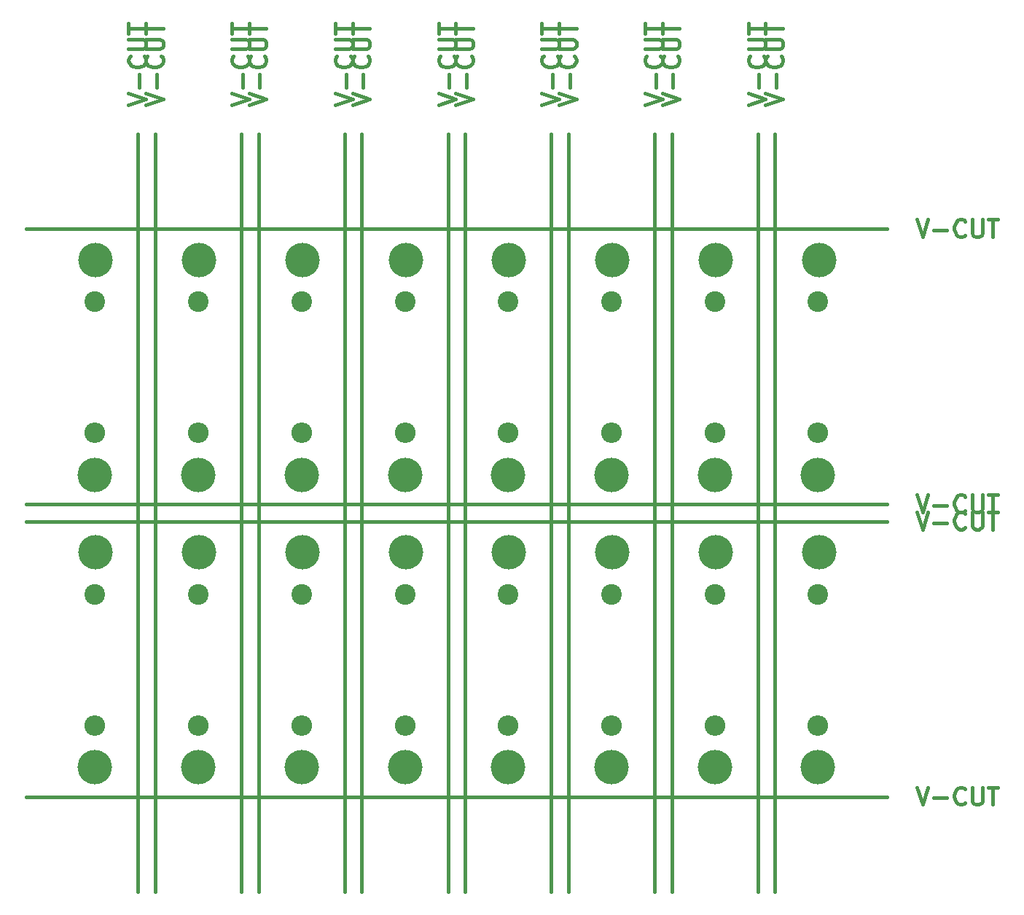
<source format=gbr>
%TF.GenerationSoftware,KiCad,Pcbnew,8.0.2*%
%TF.CreationDate,2024-06-26T14:53:40+07:00*%
%TF.ProjectId,Resistor_Panel,52657369-7374-46f7-925f-50616e656c2e,rev?*%
%TF.SameCoordinates,Original*%
%TF.FileFunction,Copper,L1,Top*%
%TF.FilePolarity,Positive*%
%FSLAX46Y46*%
G04 Gerber Fmt 4.6, Leading zero omitted, Abs format (unit mm)*
G04 Created by KiCad (PCBNEW 8.0.2) date 2024-06-26 14:53:40*
%MOMM*%
%LPD*%
G01*
G04 APERTURE LIST*
%ADD10C,0.400000*%
%TA.AperFunction,NonConductor*%
%ADD11C,0.400000*%
%TD*%
%TA.AperFunction,ComponentPad*%
%ADD12C,2.400000*%
%TD*%
%TA.AperFunction,ComponentPad*%
%ADD13O,2.400000X2.400000*%
%TD*%
%TA.AperFunction,ComponentPad*%
%ADD14C,4.000000*%
%TD*%
G04 APERTURE END LIST*
D10*
D11*
X80904438Y6453634D02*
X82904438Y7120300D01*
X82904438Y7120300D02*
X80904438Y7786967D01*
X82142533Y8453634D02*
X82142533Y9977443D01*
X82713961Y12072681D02*
X82809200Y11977443D01*
X82809200Y11977443D02*
X82904438Y11691729D01*
X82904438Y11691729D02*
X82904438Y11501253D01*
X82904438Y11501253D02*
X82809200Y11215538D01*
X82809200Y11215538D02*
X82618723Y11025062D01*
X82618723Y11025062D02*
X82428247Y10929824D01*
X82428247Y10929824D02*
X82047295Y10834586D01*
X82047295Y10834586D02*
X81761580Y10834586D01*
X81761580Y10834586D02*
X81380628Y10929824D01*
X81380628Y10929824D02*
X81190152Y11025062D01*
X81190152Y11025062D02*
X80999676Y11215538D01*
X80999676Y11215538D02*
X80904438Y11501253D01*
X80904438Y11501253D02*
X80904438Y11691729D01*
X80904438Y11691729D02*
X80999676Y11977443D01*
X80999676Y11977443D02*
X81094914Y12072681D01*
X80904438Y12929824D02*
X82523485Y12929824D01*
X82523485Y12929824D02*
X82713961Y13025062D01*
X82713961Y13025062D02*
X82809200Y13120300D01*
X82809200Y13120300D02*
X82904438Y13310776D01*
X82904438Y13310776D02*
X82904438Y13691729D01*
X82904438Y13691729D02*
X82809200Y13882205D01*
X82809200Y13882205D02*
X82713961Y13977443D01*
X82713961Y13977443D02*
X82523485Y14072681D01*
X82523485Y14072681D02*
X80904438Y14072681D01*
X80904438Y14739348D02*
X80904438Y15882205D01*
X82904438Y15310776D02*
X80904438Y15310776D01*
D10*
D11*
X32904438Y6453634D02*
X34904438Y7120300D01*
X34904438Y7120300D02*
X32904438Y7786967D01*
X34142533Y8453634D02*
X34142533Y9977443D01*
X34713961Y12072681D02*
X34809200Y11977443D01*
X34809200Y11977443D02*
X34904438Y11691729D01*
X34904438Y11691729D02*
X34904438Y11501253D01*
X34904438Y11501253D02*
X34809200Y11215538D01*
X34809200Y11215538D02*
X34618723Y11025062D01*
X34618723Y11025062D02*
X34428247Y10929824D01*
X34428247Y10929824D02*
X34047295Y10834586D01*
X34047295Y10834586D02*
X33761580Y10834586D01*
X33761580Y10834586D02*
X33380628Y10929824D01*
X33380628Y10929824D02*
X33190152Y11025062D01*
X33190152Y11025062D02*
X32999676Y11215538D01*
X32999676Y11215538D02*
X32904438Y11501253D01*
X32904438Y11501253D02*
X32904438Y11691729D01*
X32904438Y11691729D02*
X32999676Y11977443D01*
X32999676Y11977443D02*
X33094914Y12072681D01*
X32904438Y12929824D02*
X34523485Y12929824D01*
X34523485Y12929824D02*
X34713961Y13025062D01*
X34713961Y13025062D02*
X34809200Y13120300D01*
X34809200Y13120300D02*
X34904438Y13310776D01*
X34904438Y13310776D02*
X34904438Y13691729D01*
X34904438Y13691729D02*
X34809200Y13882205D01*
X34809200Y13882205D02*
X34713961Y13977443D01*
X34713961Y13977443D02*
X34523485Y14072681D01*
X34523485Y14072681D02*
X32904438Y14072681D01*
X32904438Y14739348D02*
X32904438Y15882205D01*
X34904438Y15310776D02*
X32904438Y15310776D01*
D10*
D11*
X20904438Y6453634D02*
X22904438Y7120300D01*
X22904438Y7120300D02*
X20904438Y7786967D01*
X22142533Y8453634D02*
X22142533Y9977443D01*
X22713961Y12072681D02*
X22809200Y11977443D01*
X22809200Y11977443D02*
X22904438Y11691729D01*
X22904438Y11691729D02*
X22904438Y11501253D01*
X22904438Y11501253D02*
X22809200Y11215538D01*
X22809200Y11215538D02*
X22618723Y11025062D01*
X22618723Y11025062D02*
X22428247Y10929824D01*
X22428247Y10929824D02*
X22047295Y10834586D01*
X22047295Y10834586D02*
X21761580Y10834586D01*
X21761580Y10834586D02*
X21380628Y10929824D01*
X21380628Y10929824D02*
X21190152Y11025062D01*
X21190152Y11025062D02*
X20999676Y11215538D01*
X20999676Y11215538D02*
X20904438Y11501253D01*
X20904438Y11501253D02*
X20904438Y11691729D01*
X20904438Y11691729D02*
X20999676Y11977443D01*
X20999676Y11977443D02*
X21094914Y12072681D01*
X20904438Y12929824D02*
X22523485Y12929824D01*
X22523485Y12929824D02*
X22713961Y13025062D01*
X22713961Y13025062D02*
X22809200Y13120300D01*
X22809200Y13120300D02*
X22904438Y13310776D01*
X22904438Y13310776D02*
X22904438Y13691729D01*
X22904438Y13691729D02*
X22809200Y13882205D01*
X22809200Y13882205D02*
X22713961Y13977443D01*
X22713961Y13977443D02*
X22523485Y14072681D01*
X22523485Y14072681D02*
X20904438Y14072681D01*
X20904438Y14739348D02*
X20904438Y15882205D01*
X22904438Y15310776D02*
X20904438Y15310776D01*
D10*
D11*
X68904438Y6453634D02*
X70904438Y7120300D01*
X70904438Y7120300D02*
X68904438Y7786967D01*
X70142533Y8453634D02*
X70142533Y9977443D01*
X70713961Y12072681D02*
X70809200Y11977443D01*
X70809200Y11977443D02*
X70904438Y11691729D01*
X70904438Y11691729D02*
X70904438Y11501253D01*
X70904438Y11501253D02*
X70809200Y11215538D01*
X70809200Y11215538D02*
X70618723Y11025062D01*
X70618723Y11025062D02*
X70428247Y10929824D01*
X70428247Y10929824D02*
X70047295Y10834586D01*
X70047295Y10834586D02*
X69761580Y10834586D01*
X69761580Y10834586D02*
X69380628Y10929824D01*
X69380628Y10929824D02*
X69190152Y11025062D01*
X69190152Y11025062D02*
X68999676Y11215538D01*
X68999676Y11215538D02*
X68904438Y11501253D01*
X68904438Y11501253D02*
X68904438Y11691729D01*
X68904438Y11691729D02*
X68999676Y11977443D01*
X68999676Y11977443D02*
X69094914Y12072681D01*
X68904438Y12929824D02*
X70523485Y12929824D01*
X70523485Y12929824D02*
X70713961Y13025062D01*
X70713961Y13025062D02*
X70809200Y13120300D01*
X70809200Y13120300D02*
X70904438Y13310776D01*
X70904438Y13310776D02*
X70904438Y13691729D01*
X70904438Y13691729D02*
X70809200Y13882205D01*
X70809200Y13882205D02*
X70713961Y13977443D01*
X70713961Y13977443D02*
X70523485Y14072681D01*
X70523485Y14072681D02*
X68904438Y14072681D01*
X68904438Y14739348D02*
X68904438Y15882205D01*
X70904438Y15310776D02*
X68904438Y15310776D01*
D10*
D11*
X100453633Y-38904938D02*
X101120299Y-40904938D01*
X101120299Y-40904938D02*
X101786966Y-38904938D01*
X102453633Y-40143033D02*
X103977443Y-40143033D01*
X106072680Y-40714461D02*
X105977442Y-40809700D01*
X105977442Y-40809700D02*
X105691728Y-40904938D01*
X105691728Y-40904938D02*
X105501252Y-40904938D01*
X105501252Y-40904938D02*
X105215537Y-40809700D01*
X105215537Y-40809700D02*
X105025061Y-40619223D01*
X105025061Y-40619223D02*
X104929823Y-40428747D01*
X104929823Y-40428747D02*
X104834585Y-40047795D01*
X104834585Y-40047795D02*
X104834585Y-39762080D01*
X104834585Y-39762080D02*
X104929823Y-39381128D01*
X104929823Y-39381128D02*
X105025061Y-39190652D01*
X105025061Y-39190652D02*
X105215537Y-39000176D01*
X105215537Y-39000176D02*
X105501252Y-38904938D01*
X105501252Y-38904938D02*
X105691728Y-38904938D01*
X105691728Y-38904938D02*
X105977442Y-39000176D01*
X105977442Y-39000176D02*
X106072680Y-39095414D01*
X106929823Y-38904938D02*
X106929823Y-40523985D01*
X106929823Y-40523985D02*
X107025061Y-40714461D01*
X107025061Y-40714461D02*
X107120299Y-40809700D01*
X107120299Y-40809700D02*
X107310775Y-40904938D01*
X107310775Y-40904938D02*
X107691728Y-40904938D01*
X107691728Y-40904938D02*
X107882204Y-40809700D01*
X107882204Y-40809700D02*
X107977442Y-40714461D01*
X107977442Y-40714461D02*
X108072680Y-40523985D01*
X108072680Y-40523985D02*
X108072680Y-38904938D01*
X108739347Y-38904938D02*
X109882204Y-38904938D01*
X109310775Y-40904938D02*
X109310775Y-38904938D01*
D10*
D11*
X44904438Y6453634D02*
X46904438Y7120300D01*
X46904438Y7120300D02*
X44904438Y7786967D01*
X46142533Y8453634D02*
X46142533Y9977443D01*
X46713961Y12072681D02*
X46809200Y11977443D01*
X46809200Y11977443D02*
X46904438Y11691729D01*
X46904438Y11691729D02*
X46904438Y11501253D01*
X46904438Y11501253D02*
X46809200Y11215538D01*
X46809200Y11215538D02*
X46618723Y11025062D01*
X46618723Y11025062D02*
X46428247Y10929824D01*
X46428247Y10929824D02*
X46047295Y10834586D01*
X46047295Y10834586D02*
X45761580Y10834586D01*
X45761580Y10834586D02*
X45380628Y10929824D01*
X45380628Y10929824D02*
X45190152Y11025062D01*
X45190152Y11025062D02*
X44999676Y11215538D01*
X44999676Y11215538D02*
X44904438Y11501253D01*
X44904438Y11501253D02*
X44904438Y11691729D01*
X44904438Y11691729D02*
X44999676Y11977443D01*
X44999676Y11977443D02*
X45094914Y12072681D01*
X44904438Y12929824D02*
X46523485Y12929824D01*
X46523485Y12929824D02*
X46713961Y13025062D01*
X46713961Y13025062D02*
X46809200Y13120300D01*
X46809200Y13120300D02*
X46904438Y13310776D01*
X46904438Y13310776D02*
X46904438Y13691729D01*
X46904438Y13691729D02*
X46809200Y13882205D01*
X46809200Y13882205D02*
X46713961Y13977443D01*
X46713961Y13977443D02*
X46523485Y14072681D01*
X46523485Y14072681D02*
X44904438Y14072681D01*
X44904438Y14739348D02*
X44904438Y15882205D01*
X46904438Y15310776D02*
X44904438Y15310776D01*
D10*
D11*
X100453633Y-72904938D02*
X101120299Y-74904938D01*
X101120299Y-74904938D02*
X101786966Y-72904938D01*
X102453633Y-74143033D02*
X103977443Y-74143033D01*
X106072680Y-74714461D02*
X105977442Y-74809700D01*
X105977442Y-74809700D02*
X105691728Y-74904938D01*
X105691728Y-74904938D02*
X105501252Y-74904938D01*
X105501252Y-74904938D02*
X105215537Y-74809700D01*
X105215537Y-74809700D02*
X105025061Y-74619223D01*
X105025061Y-74619223D02*
X104929823Y-74428747D01*
X104929823Y-74428747D02*
X104834585Y-74047795D01*
X104834585Y-74047795D02*
X104834585Y-73762080D01*
X104834585Y-73762080D02*
X104929823Y-73381128D01*
X104929823Y-73381128D02*
X105025061Y-73190652D01*
X105025061Y-73190652D02*
X105215537Y-73000176D01*
X105215537Y-73000176D02*
X105501252Y-72904938D01*
X105501252Y-72904938D02*
X105691728Y-72904938D01*
X105691728Y-72904938D02*
X105977442Y-73000176D01*
X105977442Y-73000176D02*
X106072680Y-73095414D01*
X106929823Y-72904938D02*
X106929823Y-74523985D01*
X106929823Y-74523985D02*
X107025061Y-74714461D01*
X107025061Y-74714461D02*
X107120299Y-74809700D01*
X107120299Y-74809700D02*
X107310775Y-74904938D01*
X107310775Y-74904938D02*
X107691728Y-74904938D01*
X107691728Y-74904938D02*
X107882204Y-74809700D01*
X107882204Y-74809700D02*
X107977442Y-74714461D01*
X107977442Y-74714461D02*
X108072680Y-74523985D01*
X108072680Y-74523985D02*
X108072680Y-72904938D01*
X108739347Y-72904938D02*
X109882204Y-72904938D01*
X109310775Y-74904938D02*
X109310775Y-72904938D01*
D10*
D11*
X8904438Y6453634D02*
X10904438Y7120300D01*
X10904438Y7120300D02*
X8904438Y7786967D01*
X10142533Y8453634D02*
X10142533Y9977443D01*
X10713961Y12072681D02*
X10809200Y11977443D01*
X10809200Y11977443D02*
X10904438Y11691729D01*
X10904438Y11691729D02*
X10904438Y11501253D01*
X10904438Y11501253D02*
X10809200Y11215538D01*
X10809200Y11215538D02*
X10618723Y11025062D01*
X10618723Y11025062D02*
X10428247Y10929824D01*
X10428247Y10929824D02*
X10047295Y10834586D01*
X10047295Y10834586D02*
X9761580Y10834586D01*
X9761580Y10834586D02*
X9380628Y10929824D01*
X9380628Y10929824D02*
X9190152Y11025062D01*
X9190152Y11025062D02*
X8999676Y11215538D01*
X8999676Y11215538D02*
X8904438Y11501253D01*
X8904438Y11501253D02*
X8904438Y11691729D01*
X8904438Y11691729D02*
X8999676Y11977443D01*
X8999676Y11977443D02*
X9094914Y12072681D01*
X8904438Y12929824D02*
X10523485Y12929824D01*
X10523485Y12929824D02*
X10713961Y13025062D01*
X10713961Y13025062D02*
X10809200Y13120300D01*
X10809200Y13120300D02*
X10904438Y13310776D01*
X10904438Y13310776D02*
X10904438Y13691729D01*
X10904438Y13691729D02*
X10809200Y13882205D01*
X10809200Y13882205D02*
X10713961Y13977443D01*
X10713961Y13977443D02*
X10523485Y14072681D01*
X10523485Y14072681D02*
X8904438Y14072681D01*
X8904438Y14739348D02*
X8904438Y15882205D01*
X10904438Y15310776D02*
X8904438Y15310776D01*
D10*
D11*
X100453633Y-40904938D02*
X101120299Y-42904938D01*
X101120299Y-42904938D02*
X101786966Y-40904938D01*
X102453633Y-42143033D02*
X103977443Y-42143033D01*
X106072680Y-42714461D02*
X105977442Y-42809700D01*
X105977442Y-42809700D02*
X105691728Y-42904938D01*
X105691728Y-42904938D02*
X105501252Y-42904938D01*
X105501252Y-42904938D02*
X105215537Y-42809700D01*
X105215537Y-42809700D02*
X105025061Y-42619223D01*
X105025061Y-42619223D02*
X104929823Y-42428747D01*
X104929823Y-42428747D02*
X104834585Y-42047795D01*
X104834585Y-42047795D02*
X104834585Y-41762080D01*
X104834585Y-41762080D02*
X104929823Y-41381128D01*
X104929823Y-41381128D02*
X105025061Y-41190652D01*
X105025061Y-41190652D02*
X105215537Y-41000176D01*
X105215537Y-41000176D02*
X105501252Y-40904938D01*
X105501252Y-40904938D02*
X105691728Y-40904938D01*
X105691728Y-40904938D02*
X105977442Y-41000176D01*
X105977442Y-41000176D02*
X106072680Y-41095414D01*
X106929823Y-40904938D02*
X106929823Y-42523985D01*
X106929823Y-42523985D02*
X107025061Y-42714461D01*
X107025061Y-42714461D02*
X107120299Y-42809700D01*
X107120299Y-42809700D02*
X107310775Y-42904938D01*
X107310775Y-42904938D02*
X107691728Y-42904938D01*
X107691728Y-42904938D02*
X107882204Y-42809700D01*
X107882204Y-42809700D02*
X107977442Y-42714461D01*
X107977442Y-42714461D02*
X108072680Y-42523985D01*
X108072680Y-42523985D02*
X108072680Y-40904938D01*
X108739347Y-40904938D02*
X109882204Y-40904938D01*
X109310775Y-42904938D02*
X109310775Y-40904938D01*
D10*
D11*
X22904438Y6453634D02*
X24904438Y7120300D01*
X24904438Y7120300D02*
X22904438Y7786967D01*
X24142533Y8453634D02*
X24142533Y9977443D01*
X24713961Y12072681D02*
X24809200Y11977443D01*
X24809200Y11977443D02*
X24904438Y11691729D01*
X24904438Y11691729D02*
X24904438Y11501253D01*
X24904438Y11501253D02*
X24809200Y11215538D01*
X24809200Y11215538D02*
X24618723Y11025062D01*
X24618723Y11025062D02*
X24428247Y10929824D01*
X24428247Y10929824D02*
X24047295Y10834586D01*
X24047295Y10834586D02*
X23761580Y10834586D01*
X23761580Y10834586D02*
X23380628Y10929824D01*
X23380628Y10929824D02*
X23190152Y11025062D01*
X23190152Y11025062D02*
X22999676Y11215538D01*
X22999676Y11215538D02*
X22904438Y11501253D01*
X22904438Y11501253D02*
X22904438Y11691729D01*
X22904438Y11691729D02*
X22999676Y11977443D01*
X22999676Y11977443D02*
X23094914Y12072681D01*
X22904438Y12929824D02*
X24523485Y12929824D01*
X24523485Y12929824D02*
X24713961Y13025062D01*
X24713961Y13025062D02*
X24809200Y13120300D01*
X24809200Y13120300D02*
X24904438Y13310776D01*
X24904438Y13310776D02*
X24904438Y13691729D01*
X24904438Y13691729D02*
X24809200Y13882205D01*
X24809200Y13882205D02*
X24713961Y13977443D01*
X24713961Y13977443D02*
X24523485Y14072681D01*
X24523485Y14072681D02*
X22904438Y14072681D01*
X22904438Y14739348D02*
X22904438Y15882205D01*
X24904438Y15310776D02*
X22904438Y15310776D01*
D10*
D11*
X10904438Y6453634D02*
X12904438Y7120300D01*
X12904438Y7120300D02*
X10904438Y7786967D01*
X12142533Y8453634D02*
X12142533Y9977443D01*
X12713961Y12072681D02*
X12809200Y11977443D01*
X12809200Y11977443D02*
X12904438Y11691729D01*
X12904438Y11691729D02*
X12904438Y11501253D01*
X12904438Y11501253D02*
X12809200Y11215538D01*
X12809200Y11215538D02*
X12618723Y11025062D01*
X12618723Y11025062D02*
X12428247Y10929824D01*
X12428247Y10929824D02*
X12047295Y10834586D01*
X12047295Y10834586D02*
X11761580Y10834586D01*
X11761580Y10834586D02*
X11380628Y10929824D01*
X11380628Y10929824D02*
X11190152Y11025062D01*
X11190152Y11025062D02*
X10999676Y11215538D01*
X10999676Y11215538D02*
X10904438Y11501253D01*
X10904438Y11501253D02*
X10904438Y11691729D01*
X10904438Y11691729D02*
X10999676Y11977443D01*
X10999676Y11977443D02*
X11094914Y12072681D01*
X10904438Y12929824D02*
X12523485Y12929824D01*
X12523485Y12929824D02*
X12713961Y13025062D01*
X12713961Y13025062D02*
X12809200Y13120300D01*
X12809200Y13120300D02*
X12904438Y13310776D01*
X12904438Y13310776D02*
X12904438Y13691729D01*
X12904438Y13691729D02*
X12809200Y13882205D01*
X12809200Y13882205D02*
X12713961Y13977443D01*
X12713961Y13977443D02*
X12523485Y14072681D01*
X12523485Y14072681D02*
X10904438Y14072681D01*
X10904438Y14739348D02*
X10904438Y15882205D01*
X12904438Y15310776D02*
X10904438Y15310776D01*
D10*
D11*
X70904438Y6453634D02*
X72904438Y7120300D01*
X72904438Y7120300D02*
X70904438Y7786967D01*
X72142533Y8453634D02*
X72142533Y9977443D01*
X72713961Y12072681D02*
X72809200Y11977443D01*
X72809200Y11977443D02*
X72904438Y11691729D01*
X72904438Y11691729D02*
X72904438Y11501253D01*
X72904438Y11501253D02*
X72809200Y11215538D01*
X72809200Y11215538D02*
X72618723Y11025062D01*
X72618723Y11025062D02*
X72428247Y10929824D01*
X72428247Y10929824D02*
X72047295Y10834586D01*
X72047295Y10834586D02*
X71761580Y10834586D01*
X71761580Y10834586D02*
X71380628Y10929824D01*
X71380628Y10929824D02*
X71190152Y11025062D01*
X71190152Y11025062D02*
X70999676Y11215538D01*
X70999676Y11215538D02*
X70904438Y11501253D01*
X70904438Y11501253D02*
X70904438Y11691729D01*
X70904438Y11691729D02*
X70999676Y11977443D01*
X70999676Y11977443D02*
X71094914Y12072681D01*
X70904438Y12929824D02*
X72523485Y12929824D01*
X72523485Y12929824D02*
X72713961Y13025062D01*
X72713961Y13025062D02*
X72809200Y13120300D01*
X72809200Y13120300D02*
X72904438Y13310776D01*
X72904438Y13310776D02*
X72904438Y13691729D01*
X72904438Y13691729D02*
X72809200Y13882205D01*
X72809200Y13882205D02*
X72713961Y13977443D01*
X72713961Y13977443D02*
X72523485Y14072681D01*
X72523485Y14072681D02*
X70904438Y14072681D01*
X70904438Y14739348D02*
X70904438Y15882205D01*
X72904438Y15310776D02*
X70904438Y15310776D01*
D10*
D11*
X82904438Y6453634D02*
X84904438Y7120300D01*
X84904438Y7120300D02*
X82904438Y7786967D01*
X84142533Y8453634D02*
X84142533Y9977443D01*
X84713961Y12072681D02*
X84809200Y11977443D01*
X84809200Y11977443D02*
X84904438Y11691729D01*
X84904438Y11691729D02*
X84904438Y11501253D01*
X84904438Y11501253D02*
X84809200Y11215538D01*
X84809200Y11215538D02*
X84618723Y11025062D01*
X84618723Y11025062D02*
X84428247Y10929824D01*
X84428247Y10929824D02*
X84047295Y10834586D01*
X84047295Y10834586D02*
X83761580Y10834586D01*
X83761580Y10834586D02*
X83380628Y10929824D01*
X83380628Y10929824D02*
X83190152Y11025062D01*
X83190152Y11025062D02*
X82999676Y11215538D01*
X82999676Y11215538D02*
X82904438Y11501253D01*
X82904438Y11501253D02*
X82904438Y11691729D01*
X82904438Y11691729D02*
X82999676Y11977443D01*
X82999676Y11977443D02*
X83094914Y12072681D01*
X82904438Y12929824D02*
X84523485Y12929824D01*
X84523485Y12929824D02*
X84713961Y13025062D01*
X84713961Y13025062D02*
X84809200Y13120300D01*
X84809200Y13120300D02*
X84904438Y13310776D01*
X84904438Y13310776D02*
X84904438Y13691729D01*
X84904438Y13691729D02*
X84809200Y13882205D01*
X84809200Y13882205D02*
X84713961Y13977443D01*
X84713961Y13977443D02*
X84523485Y14072681D01*
X84523485Y14072681D02*
X82904438Y14072681D01*
X82904438Y14739348D02*
X82904438Y15882205D01*
X84904438Y15310776D02*
X82904438Y15310776D01*
D10*
D11*
X56904438Y6453634D02*
X58904438Y7120300D01*
X58904438Y7120300D02*
X56904438Y7786967D01*
X58142533Y8453634D02*
X58142533Y9977443D01*
X58713961Y12072681D02*
X58809200Y11977443D01*
X58809200Y11977443D02*
X58904438Y11691729D01*
X58904438Y11691729D02*
X58904438Y11501253D01*
X58904438Y11501253D02*
X58809200Y11215538D01*
X58809200Y11215538D02*
X58618723Y11025062D01*
X58618723Y11025062D02*
X58428247Y10929824D01*
X58428247Y10929824D02*
X58047295Y10834586D01*
X58047295Y10834586D02*
X57761580Y10834586D01*
X57761580Y10834586D02*
X57380628Y10929824D01*
X57380628Y10929824D02*
X57190152Y11025062D01*
X57190152Y11025062D02*
X56999676Y11215538D01*
X56999676Y11215538D02*
X56904438Y11501253D01*
X56904438Y11501253D02*
X56904438Y11691729D01*
X56904438Y11691729D02*
X56999676Y11977443D01*
X56999676Y11977443D02*
X57094914Y12072681D01*
X56904438Y12929824D02*
X58523485Y12929824D01*
X58523485Y12929824D02*
X58713961Y13025062D01*
X58713961Y13025062D02*
X58809200Y13120300D01*
X58809200Y13120300D02*
X58904438Y13310776D01*
X58904438Y13310776D02*
X58904438Y13691729D01*
X58904438Y13691729D02*
X58809200Y13882205D01*
X58809200Y13882205D02*
X58713961Y13977443D01*
X58713961Y13977443D02*
X58523485Y14072681D01*
X58523485Y14072681D02*
X56904438Y14072681D01*
X56904438Y14739348D02*
X56904438Y15882205D01*
X58904438Y15310776D02*
X56904438Y15310776D01*
D10*
D11*
X46904438Y6453634D02*
X48904438Y7120300D01*
X48904438Y7120300D02*
X46904438Y7786967D01*
X48142533Y8453634D02*
X48142533Y9977443D01*
X48713961Y12072681D02*
X48809200Y11977443D01*
X48809200Y11977443D02*
X48904438Y11691729D01*
X48904438Y11691729D02*
X48904438Y11501253D01*
X48904438Y11501253D02*
X48809200Y11215538D01*
X48809200Y11215538D02*
X48618723Y11025062D01*
X48618723Y11025062D02*
X48428247Y10929824D01*
X48428247Y10929824D02*
X48047295Y10834586D01*
X48047295Y10834586D02*
X47761580Y10834586D01*
X47761580Y10834586D02*
X47380628Y10929824D01*
X47380628Y10929824D02*
X47190152Y11025062D01*
X47190152Y11025062D02*
X46999676Y11215538D01*
X46999676Y11215538D02*
X46904438Y11501253D01*
X46904438Y11501253D02*
X46904438Y11691729D01*
X46904438Y11691729D02*
X46999676Y11977443D01*
X46999676Y11977443D02*
X47094914Y12072681D01*
X46904438Y12929824D02*
X48523485Y12929824D01*
X48523485Y12929824D02*
X48713961Y13025062D01*
X48713961Y13025062D02*
X48809200Y13120300D01*
X48809200Y13120300D02*
X48904438Y13310776D01*
X48904438Y13310776D02*
X48904438Y13691729D01*
X48904438Y13691729D02*
X48809200Y13882205D01*
X48809200Y13882205D02*
X48713961Y13977443D01*
X48713961Y13977443D02*
X48523485Y14072681D01*
X48523485Y14072681D02*
X46904438Y14072681D01*
X46904438Y14739348D02*
X46904438Y15882205D01*
X48904438Y15310776D02*
X46904438Y15310776D01*
D10*
D11*
X100453633Y-6904938D02*
X101120299Y-8904938D01*
X101120299Y-8904938D02*
X101786966Y-6904938D01*
X102453633Y-8143033D02*
X103977443Y-8143033D01*
X106072680Y-8714461D02*
X105977442Y-8809700D01*
X105977442Y-8809700D02*
X105691728Y-8904938D01*
X105691728Y-8904938D02*
X105501252Y-8904938D01*
X105501252Y-8904938D02*
X105215537Y-8809700D01*
X105215537Y-8809700D02*
X105025061Y-8619223D01*
X105025061Y-8619223D02*
X104929823Y-8428747D01*
X104929823Y-8428747D02*
X104834585Y-8047795D01*
X104834585Y-8047795D02*
X104834585Y-7762080D01*
X104834585Y-7762080D02*
X104929823Y-7381128D01*
X104929823Y-7381128D02*
X105025061Y-7190652D01*
X105025061Y-7190652D02*
X105215537Y-7000176D01*
X105215537Y-7000176D02*
X105501252Y-6904938D01*
X105501252Y-6904938D02*
X105691728Y-6904938D01*
X105691728Y-6904938D02*
X105977442Y-7000176D01*
X105977442Y-7000176D02*
X106072680Y-7095414D01*
X106929823Y-6904938D02*
X106929823Y-8523985D01*
X106929823Y-8523985D02*
X107025061Y-8714461D01*
X107025061Y-8714461D02*
X107120299Y-8809700D01*
X107120299Y-8809700D02*
X107310775Y-8904938D01*
X107310775Y-8904938D02*
X107691728Y-8904938D01*
X107691728Y-8904938D02*
X107882204Y-8809700D01*
X107882204Y-8809700D02*
X107977442Y-8714461D01*
X107977442Y-8714461D02*
X108072680Y-8523985D01*
X108072680Y-8523985D02*
X108072680Y-6904938D01*
X108739347Y-6904938D02*
X109882204Y-6904938D01*
X109310775Y-8904938D02*
X109310775Y-6904938D01*
D10*
D11*
X34904438Y6453634D02*
X36904438Y7120300D01*
X36904438Y7120300D02*
X34904438Y7786967D01*
X36142533Y8453634D02*
X36142533Y9977443D01*
X36713961Y12072681D02*
X36809200Y11977443D01*
X36809200Y11977443D02*
X36904438Y11691729D01*
X36904438Y11691729D02*
X36904438Y11501253D01*
X36904438Y11501253D02*
X36809200Y11215538D01*
X36809200Y11215538D02*
X36618723Y11025062D01*
X36618723Y11025062D02*
X36428247Y10929824D01*
X36428247Y10929824D02*
X36047295Y10834586D01*
X36047295Y10834586D02*
X35761580Y10834586D01*
X35761580Y10834586D02*
X35380628Y10929824D01*
X35380628Y10929824D02*
X35190152Y11025062D01*
X35190152Y11025062D02*
X34999676Y11215538D01*
X34999676Y11215538D02*
X34904438Y11501253D01*
X34904438Y11501253D02*
X34904438Y11691729D01*
X34904438Y11691729D02*
X34999676Y11977443D01*
X34999676Y11977443D02*
X35094914Y12072681D01*
X34904438Y12929824D02*
X36523485Y12929824D01*
X36523485Y12929824D02*
X36713961Y13025062D01*
X36713961Y13025062D02*
X36809200Y13120300D01*
X36809200Y13120300D02*
X36904438Y13310776D01*
X36904438Y13310776D02*
X36904438Y13691729D01*
X36904438Y13691729D02*
X36809200Y13882205D01*
X36809200Y13882205D02*
X36713961Y13977443D01*
X36713961Y13977443D02*
X36523485Y14072681D01*
X36523485Y14072681D02*
X34904438Y14072681D01*
X34904438Y14739348D02*
X34904438Y15882205D01*
X36904438Y15310776D02*
X34904438Y15310776D01*
D10*
D11*
X58904438Y6453634D02*
X60904438Y7120300D01*
X60904438Y7120300D02*
X58904438Y7786967D01*
X60142533Y8453634D02*
X60142533Y9977443D01*
X60713961Y12072681D02*
X60809200Y11977443D01*
X60809200Y11977443D02*
X60904438Y11691729D01*
X60904438Y11691729D02*
X60904438Y11501253D01*
X60904438Y11501253D02*
X60809200Y11215538D01*
X60809200Y11215538D02*
X60618723Y11025062D01*
X60618723Y11025062D02*
X60428247Y10929824D01*
X60428247Y10929824D02*
X60047295Y10834586D01*
X60047295Y10834586D02*
X59761580Y10834586D01*
X59761580Y10834586D02*
X59380628Y10929824D01*
X59380628Y10929824D02*
X59190152Y11025062D01*
X59190152Y11025062D02*
X58999676Y11215538D01*
X58999676Y11215538D02*
X58904438Y11501253D01*
X58904438Y11501253D02*
X58904438Y11691729D01*
X58904438Y11691729D02*
X58999676Y11977443D01*
X58999676Y11977443D02*
X59094914Y12072681D01*
X58904438Y12929824D02*
X60523485Y12929824D01*
X60523485Y12929824D02*
X60713961Y13025062D01*
X60713961Y13025062D02*
X60809200Y13120300D01*
X60809200Y13120300D02*
X60904438Y13310776D01*
X60904438Y13310776D02*
X60904438Y13691729D01*
X60904438Y13691729D02*
X60809200Y13882205D01*
X60809200Y13882205D02*
X60713961Y13977443D01*
X60713961Y13977443D02*
X60523485Y14072681D01*
X60523485Y14072681D02*
X58904438Y14072681D01*
X58904438Y14739348D02*
X58904438Y15882205D01*
X60904438Y15310776D02*
X58904438Y15310776D01*
X84000000Y3000000D02*
X84000000Y-85001500D01*
X72000000Y3000000D02*
X72000000Y-85001500D01*
X48000000Y3000000D02*
X48000000Y-85001500D01*
X70000000Y3000000D02*
X70000000Y-85001500D01*
X34000000Y3000000D02*
X34000000Y-85001500D01*
X-3000000Y-42000500D02*
X97000000Y-42000500D01*
X24000000Y3000000D02*
X24000000Y-85001500D01*
X82000000Y3000000D02*
X82000000Y-85001500D01*
X10000000Y3000000D02*
X10000000Y-85001500D01*
X36000000Y3000000D02*
X36000000Y-85001500D01*
X60000000Y3000000D02*
X60000000Y-85001500D01*
X12000000Y3000000D02*
X12000000Y-85001500D01*
X46000000Y3000000D02*
X46000000Y-85001500D01*
X-3000000Y-40000500D02*
X97000000Y-40000500D01*
X-3000000Y-74000500D02*
X97000000Y-74000500D01*
X22000000Y3000000D02*
X22000000Y-85001500D01*
X-3000000Y-8000500D02*
X97000000Y-8000500D01*
X58000000Y3000000D02*
X58000000Y-85001500D01*
D12*
%TO.P,R1,1*%
%TO.N,Board_14-Net-(J1-Pin_1)*%
X77000000Y-50460500D03*
D13*
%TO.P,R1,2*%
%TO.N,Board_14-Net-(J2-Pin_1)*%
X77000000Y-65700500D03*
%TD*%
D14*
%TO.P,J1,1,Pin_1*%
%TO.N,Board_10-Net-(J1-Pin_1)*%
X29100000Y-45580500D03*
%TD*%
%TO.P,J1,1,Pin_1*%
%TO.N,Board_7-Net-(J1-Pin_1)*%
X89100000Y-11580500D03*
%TD*%
D12*
%TO.P,R1,1*%
%TO.N,Board_11-Net-(J1-Pin_1)*%
X41000000Y-50460500D03*
D13*
%TO.P,R1,2*%
%TO.N,Board_11-Net-(J2-Pin_1)*%
X41000000Y-65700500D03*
%TD*%
D14*
%TO.P,J2,1,Pin_1*%
%TO.N,Board_11-Net-(J2-Pin_1)*%
X41000000Y-70580500D03*
%TD*%
D12*
%TO.P,R1,1*%
%TO.N,Board_5-Net-(J1-Pin_1)*%
X65000000Y-16460500D03*
D13*
%TO.P,R1,2*%
%TO.N,Board_5-Net-(J2-Pin_1)*%
X65000000Y-31700500D03*
%TD*%
D14*
%TO.P,J1,1,Pin_1*%
%TO.N,Board_15-Net-(J1-Pin_1)*%
X89100000Y-45580500D03*
%TD*%
%TO.P,J1,1,Pin_1*%
%TO.N,Board_4-Net-(J1-Pin_1)*%
X53100000Y-11580500D03*
%TD*%
%TO.P,J2,1,Pin_1*%
%TO.N,Board_4-Net-(J2-Pin_1)*%
X53000000Y-36580500D03*
%TD*%
%TO.P,J2,1,Pin_1*%
%TO.N,Board_14-Net-(J2-Pin_1)*%
X77000000Y-70580500D03*
%TD*%
D12*
%TO.P,R1,1*%
%TO.N,Board_2-Net-(J1-Pin_1)*%
X29000000Y-16460500D03*
D13*
%TO.P,R1,2*%
%TO.N,Board_2-Net-(J2-Pin_1)*%
X29000000Y-31700500D03*
%TD*%
D14*
%TO.P,J1,1,Pin_1*%
%TO.N,Board_3-Net-(J1-Pin_1)*%
X41100000Y-11580500D03*
%TD*%
%TO.P,J2,1,Pin_1*%
%TO.N,Board_2-Net-(J2-Pin_1)*%
X29000000Y-36580500D03*
%TD*%
%TO.P,J1,1,Pin_1*%
%TO.N,Board_12-Net-(J1-Pin_1)*%
X53100000Y-45580500D03*
%TD*%
D12*
%TO.P,R1,1*%
%TO.N,Board_7-Net-(J1-Pin_1)*%
X89000000Y-16460500D03*
D13*
%TO.P,R1,2*%
%TO.N,Board_7-Net-(J2-Pin_1)*%
X89000000Y-31700500D03*
%TD*%
D14*
%TO.P,J2,1,Pin_1*%
%TO.N,Board_5-Net-(J2-Pin_1)*%
X65000000Y-36580500D03*
%TD*%
D12*
%TO.P,R1,1*%
%TO.N,Board_8-Net-(J1-Pin_1)*%
X5000000Y-50460500D03*
D13*
%TO.P,R1,2*%
%TO.N,Board_8-Net-(J2-Pin_1)*%
X5000000Y-65700500D03*
%TD*%
D14*
%TO.P,J2,1,Pin_1*%
%TO.N,Board_6-Net-(J2-Pin_1)*%
X77000000Y-36580500D03*
%TD*%
%TO.P,J1,1,Pin_1*%
%TO.N,Board_13-Net-(J1-Pin_1)*%
X65100000Y-45580500D03*
%TD*%
D12*
%TO.P,R1,1*%
%TO.N,Board_0-Net-(J1-Pin_1)*%
X5000000Y-16460500D03*
D13*
%TO.P,R1,2*%
%TO.N,Board_0-Net-(J2-Pin_1)*%
X5000000Y-31700500D03*
%TD*%
D14*
%TO.P,J1,1,Pin_1*%
%TO.N,Board_6-Net-(J1-Pin_1)*%
X77100000Y-11580500D03*
%TD*%
%TO.P,J2,1,Pin_1*%
%TO.N,Board_13-Net-(J2-Pin_1)*%
X65000000Y-70580500D03*
%TD*%
%TO.P,J1,1,Pin_1*%
%TO.N,Board_0-Net-(J1-Pin_1)*%
X5100000Y-11580500D03*
%TD*%
D12*
%TO.P,R1,1*%
%TO.N,Board_10-Net-(J1-Pin_1)*%
X29000000Y-50460500D03*
D13*
%TO.P,R1,2*%
%TO.N,Board_10-Net-(J2-Pin_1)*%
X29000000Y-65700500D03*
%TD*%
D14*
%TO.P,J1,1,Pin_1*%
%TO.N,Board_1-Net-(J1-Pin_1)*%
X17100000Y-11580500D03*
%TD*%
%TO.P,J1,1,Pin_1*%
%TO.N,Board_2-Net-(J1-Pin_1)*%
X29100000Y-11580500D03*
%TD*%
%TO.P,J1,1,Pin_1*%
%TO.N,Board_8-Net-(J1-Pin_1)*%
X5100000Y-45580500D03*
%TD*%
%TO.P,J2,1,Pin_1*%
%TO.N,Board_9-Net-(J2-Pin_1)*%
X17000000Y-70580500D03*
%TD*%
D12*
%TO.P,R1,1*%
%TO.N,Board_4-Net-(J1-Pin_1)*%
X53000000Y-16460500D03*
D13*
%TO.P,R1,2*%
%TO.N,Board_4-Net-(J2-Pin_1)*%
X53000000Y-31700500D03*
%TD*%
D14*
%TO.P,J2,1,Pin_1*%
%TO.N,Board_7-Net-(J2-Pin_1)*%
X89000000Y-36580500D03*
%TD*%
%TO.P,J2,1,Pin_1*%
%TO.N,Board_0-Net-(J2-Pin_1)*%
X5000000Y-36580500D03*
%TD*%
%TO.P,J1,1,Pin_1*%
%TO.N,Board_5-Net-(J1-Pin_1)*%
X65100000Y-11580500D03*
%TD*%
%TO.P,J1,1,Pin_1*%
%TO.N,Board_11-Net-(J1-Pin_1)*%
X41100000Y-45580500D03*
%TD*%
D12*
%TO.P,R1,1*%
%TO.N,Board_13-Net-(J1-Pin_1)*%
X65000000Y-50460500D03*
D13*
%TO.P,R1,2*%
%TO.N,Board_13-Net-(J2-Pin_1)*%
X65000000Y-65700500D03*
%TD*%
D14*
%TO.P,J2,1,Pin_1*%
%TO.N,Board_15-Net-(J2-Pin_1)*%
X89000000Y-70580500D03*
%TD*%
%TO.P,J2,1,Pin_1*%
%TO.N,Board_8-Net-(J2-Pin_1)*%
X5000000Y-70580500D03*
%TD*%
D12*
%TO.P,R1,1*%
%TO.N,Board_12-Net-(J1-Pin_1)*%
X53000000Y-50460500D03*
D13*
%TO.P,R1,2*%
%TO.N,Board_12-Net-(J2-Pin_1)*%
X53000000Y-65700500D03*
%TD*%
D12*
%TO.P,R1,1*%
%TO.N,Board_3-Net-(J1-Pin_1)*%
X41000000Y-16460500D03*
D13*
%TO.P,R1,2*%
%TO.N,Board_3-Net-(J2-Pin_1)*%
X41000000Y-31700500D03*
%TD*%
D12*
%TO.P,R1,1*%
%TO.N,Board_15-Net-(J1-Pin_1)*%
X89000000Y-50460500D03*
D13*
%TO.P,R1,2*%
%TO.N,Board_15-Net-(J2-Pin_1)*%
X89000000Y-65700500D03*
%TD*%
D14*
%TO.P,J1,1,Pin_1*%
%TO.N,Board_9-Net-(J1-Pin_1)*%
X17100000Y-45580500D03*
%TD*%
%TO.P,J2,1,Pin_1*%
%TO.N,Board_12-Net-(J2-Pin_1)*%
X53000000Y-70580500D03*
%TD*%
%TO.P,J2,1,Pin_1*%
%TO.N,Board_1-Net-(J2-Pin_1)*%
X17000000Y-36580500D03*
%TD*%
D12*
%TO.P,R1,1*%
%TO.N,Board_9-Net-(J1-Pin_1)*%
X17000000Y-50460500D03*
D13*
%TO.P,R1,2*%
%TO.N,Board_9-Net-(J2-Pin_1)*%
X17000000Y-65700500D03*
%TD*%
D14*
%TO.P,J1,1,Pin_1*%
%TO.N,Board_14-Net-(J1-Pin_1)*%
X77100000Y-45580500D03*
%TD*%
D12*
%TO.P,R1,1*%
%TO.N,Board_1-Net-(J1-Pin_1)*%
X17000000Y-16460500D03*
D13*
%TO.P,R1,2*%
%TO.N,Board_1-Net-(J2-Pin_1)*%
X17000000Y-31700500D03*
%TD*%
D14*
%TO.P,J2,1,Pin_1*%
%TO.N,Board_10-Net-(J2-Pin_1)*%
X29000000Y-70580500D03*
%TD*%
D12*
%TO.P,R1,1*%
%TO.N,Board_6-Net-(J1-Pin_1)*%
X77000000Y-16460500D03*
D13*
%TO.P,R1,2*%
%TO.N,Board_6-Net-(J2-Pin_1)*%
X77000000Y-31700500D03*
%TD*%
D14*
%TO.P,J2,1,Pin_1*%
%TO.N,Board_3-Net-(J2-Pin_1)*%
X41000000Y-36580500D03*
%TD*%
M02*

</source>
